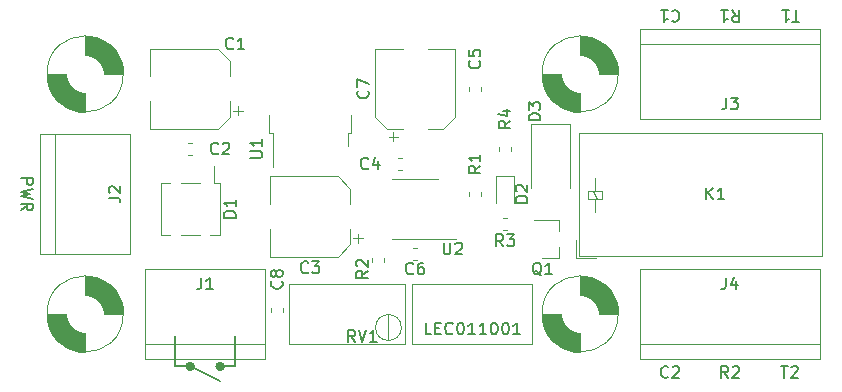
<source format=gto>
G04 #@! TF.GenerationSoftware,KiCad,Pcbnew,6.0.9-8da3e8f707~116~ubuntu20.04.1*
G04 #@! TF.CreationDate,2023-03-26T17:56:32+00:00*
G04 #@! TF.ProjectId,LEC011001,4c454330-3131-4303-9031-2e6b69636164,rev?*
G04 #@! TF.SameCoordinates,Original*
G04 #@! TF.FileFunction,Legend,Top*
G04 #@! TF.FilePolarity,Positive*
%FSLAX46Y46*%
G04 Gerber Fmt 4.6, Leading zero omitted, Abs format (unit mm)*
G04 Created by KiCad (PCBNEW 6.0.9-8da3e8f707~116~ubuntu20.04.1) date 2023-03-26 17:56:32*
%MOMM*%
%LPD*%
G01*
G04 APERTURE LIST*
%ADD10C,0.120000*%
%ADD11C,0.400000*%
%ADD12C,0.200000*%
%ADD13C,0.150000*%
%ADD14C,0.010000*%
%ADD15C,0.100000*%
G04 APERTURE END LIST*
D10*
X121700000Y-50800000D02*
X111540000Y-50800000D01*
D11*
X92910000Y-57785000D02*
G75*
G03*
X92910000Y-57785000I-200000J0D01*
G01*
D12*
X96520000Y-57785000D02*
X95250000Y-57785000D01*
D10*
X121700000Y-55880000D02*
X121700000Y-50800000D01*
D12*
X92710000Y-57785000D02*
X95250000Y-59055000D01*
X96520000Y-55245000D02*
X96520000Y-57785000D01*
D10*
X111540000Y-55880000D02*
X121700000Y-55880000D01*
D11*
X95450000Y-57785000D02*
G75*
G03*
X95450000Y-57785000I-200000J0D01*
G01*
D12*
X91440000Y-55245000D02*
X91440000Y-57785000D01*
D10*
X111540000Y-50800000D02*
X111540000Y-55880000D01*
D12*
X91440000Y-57785000D02*
X92710000Y-57785000D01*
X144271904Y-28614619D02*
X143700476Y-28614619D01*
X143986190Y-27614619D02*
X143986190Y-28614619D01*
X142843333Y-27614619D02*
X143414761Y-27614619D01*
X143129047Y-27614619D02*
X143129047Y-28614619D01*
X143224285Y-28471761D01*
X143319523Y-28376523D01*
X143414761Y-28328904D01*
X133516666Y-27709857D02*
X133564285Y-27662238D01*
X133707142Y-27614619D01*
X133802380Y-27614619D01*
X133945238Y-27662238D01*
X134040476Y-27757476D01*
X134088095Y-27852714D01*
X134135714Y-28043190D01*
X134135714Y-28186047D01*
X134088095Y-28376523D01*
X134040476Y-28471761D01*
X133945238Y-28567000D01*
X133802380Y-28614619D01*
X133707142Y-28614619D01*
X133564285Y-28567000D01*
X133516666Y-28519380D01*
X132564285Y-27614619D02*
X133135714Y-27614619D01*
X132850000Y-27614619D02*
X132850000Y-28614619D01*
X132945238Y-28471761D01*
X133040476Y-28376523D01*
X133135714Y-28328904D01*
X138596666Y-27614619D02*
X138930000Y-28090809D01*
X139168095Y-27614619D02*
X139168095Y-28614619D01*
X138787142Y-28614619D01*
X138691904Y-28567000D01*
X138644285Y-28519380D01*
X138596666Y-28424142D01*
X138596666Y-28281285D01*
X138644285Y-28186047D01*
X138691904Y-28138428D01*
X138787142Y-28090809D01*
X139168095Y-28090809D01*
X137644285Y-27614619D02*
X138215714Y-27614619D01*
X137930000Y-27614619D02*
X137930000Y-28614619D01*
X138025238Y-28471761D01*
X138120476Y-28376523D01*
X138215714Y-28328904D01*
X142748095Y-57745380D02*
X143319523Y-57745380D01*
X143033809Y-58745380D02*
X143033809Y-57745380D01*
X143605238Y-57840619D02*
X143652857Y-57793000D01*
X143748095Y-57745380D01*
X143986190Y-57745380D01*
X144081428Y-57793000D01*
X144129047Y-57840619D01*
X144176666Y-57935857D01*
X144176666Y-58031095D01*
X144129047Y-58173952D01*
X143557619Y-58745380D01*
X144176666Y-58745380D01*
X138263333Y-58745380D02*
X137930000Y-58269190D01*
X137691904Y-58745380D02*
X137691904Y-57745380D01*
X138072857Y-57745380D01*
X138168095Y-57793000D01*
X138215714Y-57840619D01*
X138263333Y-57935857D01*
X138263333Y-58078714D01*
X138215714Y-58173952D01*
X138168095Y-58221571D01*
X138072857Y-58269190D01*
X137691904Y-58269190D01*
X138644285Y-57840619D02*
X138691904Y-57793000D01*
X138787142Y-57745380D01*
X139025238Y-57745380D01*
X139120476Y-57793000D01*
X139168095Y-57840619D01*
X139215714Y-57935857D01*
X139215714Y-58031095D01*
X139168095Y-58173952D01*
X138596666Y-58745380D01*
X139215714Y-58745380D01*
X78414619Y-41846666D02*
X79414619Y-41846666D01*
X79414619Y-42227619D01*
X79367000Y-42322857D01*
X79319380Y-42370476D01*
X79224142Y-42418095D01*
X79081285Y-42418095D01*
X78986047Y-42370476D01*
X78938428Y-42322857D01*
X78890809Y-42227619D01*
X78890809Y-41846666D01*
X79414619Y-42751428D02*
X78414619Y-42989523D01*
X79128904Y-43180000D01*
X78414619Y-43370476D01*
X79414619Y-43608571D01*
X78414619Y-44560952D02*
X78890809Y-44227619D01*
X78414619Y-43989523D02*
X79414619Y-43989523D01*
X79414619Y-44370476D01*
X79367000Y-44465714D01*
X79319380Y-44513333D01*
X79224142Y-44560952D01*
X79081285Y-44560952D01*
X78986047Y-44513333D01*
X78938428Y-44465714D01*
X78890809Y-44370476D01*
X78890809Y-43989523D01*
X133183333Y-58650142D02*
X133135714Y-58697761D01*
X132992857Y-58745380D01*
X132897619Y-58745380D01*
X132754761Y-58697761D01*
X132659523Y-58602523D01*
X132611904Y-58507285D01*
X132564285Y-58316809D01*
X132564285Y-58173952D01*
X132611904Y-57983476D01*
X132659523Y-57888238D01*
X132754761Y-57793000D01*
X132897619Y-57745380D01*
X132992857Y-57745380D01*
X133135714Y-57793000D01*
X133183333Y-57840619D01*
X133564285Y-57840619D02*
X133611904Y-57793000D01*
X133707142Y-57745380D01*
X133945238Y-57745380D01*
X134040476Y-57793000D01*
X134088095Y-57840619D01*
X134135714Y-57935857D01*
X134135714Y-58031095D01*
X134088095Y-58173952D01*
X133516666Y-58745380D01*
X134135714Y-58745380D01*
D13*
X113120000Y-55062380D02*
X112643809Y-55062380D01*
X112643809Y-54062380D01*
X113453333Y-54538571D02*
X113786666Y-54538571D01*
X113929523Y-55062380D02*
X113453333Y-55062380D01*
X113453333Y-54062380D01*
X113929523Y-54062380D01*
X114929523Y-54967142D02*
X114881904Y-55014761D01*
X114739047Y-55062380D01*
X114643809Y-55062380D01*
X114500952Y-55014761D01*
X114405714Y-54919523D01*
X114358095Y-54824285D01*
X114310476Y-54633809D01*
X114310476Y-54490952D01*
X114358095Y-54300476D01*
X114405714Y-54205238D01*
X114500952Y-54110000D01*
X114643809Y-54062380D01*
X114739047Y-54062380D01*
X114881904Y-54110000D01*
X114929523Y-54157619D01*
X115548571Y-54062380D02*
X115643809Y-54062380D01*
X115739047Y-54110000D01*
X115786666Y-54157619D01*
X115834285Y-54252857D01*
X115881904Y-54443333D01*
X115881904Y-54681428D01*
X115834285Y-54871904D01*
X115786666Y-54967142D01*
X115739047Y-55014761D01*
X115643809Y-55062380D01*
X115548571Y-55062380D01*
X115453333Y-55014761D01*
X115405714Y-54967142D01*
X115358095Y-54871904D01*
X115310476Y-54681428D01*
X115310476Y-54443333D01*
X115358095Y-54252857D01*
X115405714Y-54157619D01*
X115453333Y-54110000D01*
X115548571Y-54062380D01*
X116834285Y-55062380D02*
X116262857Y-55062380D01*
X116548571Y-55062380D02*
X116548571Y-54062380D01*
X116453333Y-54205238D01*
X116358095Y-54300476D01*
X116262857Y-54348095D01*
X117786666Y-55062380D02*
X117215238Y-55062380D01*
X117500952Y-55062380D02*
X117500952Y-54062380D01*
X117405714Y-54205238D01*
X117310476Y-54300476D01*
X117215238Y-54348095D01*
X118405714Y-54062380D02*
X118500952Y-54062380D01*
X118596190Y-54110000D01*
X118643809Y-54157619D01*
X118691428Y-54252857D01*
X118739047Y-54443333D01*
X118739047Y-54681428D01*
X118691428Y-54871904D01*
X118643809Y-54967142D01*
X118596190Y-55014761D01*
X118500952Y-55062380D01*
X118405714Y-55062380D01*
X118310476Y-55014761D01*
X118262857Y-54967142D01*
X118215238Y-54871904D01*
X118167619Y-54681428D01*
X118167619Y-54443333D01*
X118215238Y-54252857D01*
X118262857Y-54157619D01*
X118310476Y-54110000D01*
X118405714Y-54062380D01*
X119358095Y-54062380D02*
X119453333Y-54062380D01*
X119548571Y-54110000D01*
X119596190Y-54157619D01*
X119643809Y-54252857D01*
X119691428Y-54443333D01*
X119691428Y-54681428D01*
X119643809Y-54871904D01*
X119596190Y-54967142D01*
X119548571Y-55014761D01*
X119453333Y-55062380D01*
X119358095Y-55062380D01*
X119262857Y-55014761D01*
X119215238Y-54967142D01*
X119167619Y-54871904D01*
X119120000Y-54681428D01*
X119120000Y-54443333D01*
X119167619Y-54252857D01*
X119215238Y-54157619D01*
X119262857Y-54110000D01*
X119358095Y-54062380D01*
X120643809Y-55062380D02*
X120072380Y-55062380D01*
X120358095Y-55062380D02*
X120358095Y-54062380D01*
X120262857Y-54205238D01*
X120167619Y-54300476D01*
X120072380Y-54348095D01*
G04 #@! TO.C,C1*
X96353333Y-30837142D02*
X96305714Y-30884761D01*
X96162857Y-30932380D01*
X96067619Y-30932380D01*
X95924761Y-30884761D01*
X95829523Y-30789523D01*
X95781904Y-30694285D01*
X95734285Y-30503809D01*
X95734285Y-30360952D01*
X95781904Y-30170476D01*
X95829523Y-30075238D01*
X95924761Y-29980000D01*
X96067619Y-29932380D01*
X96162857Y-29932380D01*
X96305714Y-29980000D01*
X96353333Y-30027619D01*
X97305714Y-30932380D02*
X96734285Y-30932380D01*
X97020000Y-30932380D02*
X97020000Y-29932380D01*
X96924761Y-30075238D01*
X96829523Y-30170476D01*
X96734285Y-30218095D01*
G04 #@! TO.C,C2*
X95083333Y-39727142D02*
X95035714Y-39774761D01*
X94892857Y-39822380D01*
X94797619Y-39822380D01*
X94654761Y-39774761D01*
X94559523Y-39679523D01*
X94511904Y-39584285D01*
X94464285Y-39393809D01*
X94464285Y-39250952D01*
X94511904Y-39060476D01*
X94559523Y-38965238D01*
X94654761Y-38870000D01*
X94797619Y-38822380D01*
X94892857Y-38822380D01*
X95035714Y-38870000D01*
X95083333Y-38917619D01*
X95464285Y-38917619D02*
X95511904Y-38870000D01*
X95607142Y-38822380D01*
X95845238Y-38822380D01*
X95940476Y-38870000D01*
X95988095Y-38917619D01*
X96035714Y-39012857D01*
X96035714Y-39108095D01*
X95988095Y-39250952D01*
X95416666Y-39822380D01*
X96035714Y-39822380D01*
G04 #@! TO.C,C4*
X107783333Y-40997142D02*
X107735714Y-41044761D01*
X107592857Y-41092380D01*
X107497619Y-41092380D01*
X107354761Y-41044761D01*
X107259523Y-40949523D01*
X107211904Y-40854285D01*
X107164285Y-40663809D01*
X107164285Y-40520952D01*
X107211904Y-40330476D01*
X107259523Y-40235238D01*
X107354761Y-40140000D01*
X107497619Y-40092380D01*
X107592857Y-40092380D01*
X107735714Y-40140000D01*
X107783333Y-40187619D01*
X108640476Y-40425714D02*
X108640476Y-41092380D01*
X108402380Y-40044761D02*
X108164285Y-40759047D01*
X108783333Y-40759047D01*
G04 #@! TO.C,C5*
X117197142Y-31916666D02*
X117244761Y-31964285D01*
X117292380Y-32107142D01*
X117292380Y-32202380D01*
X117244761Y-32345238D01*
X117149523Y-32440476D01*
X117054285Y-32488095D01*
X116863809Y-32535714D01*
X116720952Y-32535714D01*
X116530476Y-32488095D01*
X116435238Y-32440476D01*
X116340000Y-32345238D01*
X116292380Y-32202380D01*
X116292380Y-32107142D01*
X116340000Y-31964285D01*
X116387619Y-31916666D01*
X116292380Y-31011904D02*
X116292380Y-31488095D01*
X116768571Y-31535714D01*
X116720952Y-31488095D01*
X116673333Y-31392857D01*
X116673333Y-31154761D01*
X116720952Y-31059523D01*
X116768571Y-31011904D01*
X116863809Y-30964285D01*
X117101904Y-30964285D01*
X117197142Y-31011904D01*
X117244761Y-31059523D01*
X117292380Y-31154761D01*
X117292380Y-31392857D01*
X117244761Y-31488095D01*
X117197142Y-31535714D01*
G04 #@! TO.C,C7*
X107767142Y-34456666D02*
X107814761Y-34504285D01*
X107862380Y-34647142D01*
X107862380Y-34742380D01*
X107814761Y-34885238D01*
X107719523Y-34980476D01*
X107624285Y-35028095D01*
X107433809Y-35075714D01*
X107290952Y-35075714D01*
X107100476Y-35028095D01*
X107005238Y-34980476D01*
X106910000Y-34885238D01*
X106862380Y-34742380D01*
X106862380Y-34647142D01*
X106910000Y-34504285D01*
X106957619Y-34456666D01*
X106862380Y-34123333D02*
X106862380Y-33456666D01*
X107862380Y-33885238D01*
G04 #@! TO.C,D1*
X96562380Y-45188095D02*
X95562380Y-45188095D01*
X95562380Y-44950000D01*
X95610000Y-44807142D01*
X95705238Y-44711904D01*
X95800476Y-44664285D01*
X95990952Y-44616666D01*
X96133809Y-44616666D01*
X96324285Y-44664285D01*
X96419523Y-44711904D01*
X96514761Y-44807142D01*
X96562380Y-44950000D01*
X96562380Y-45188095D01*
X96562380Y-43664285D02*
X96562380Y-44235714D01*
X96562380Y-43950000D02*
X95562380Y-43950000D01*
X95705238Y-44045238D01*
X95800476Y-44140476D01*
X95848095Y-44235714D01*
G04 #@! TO.C,D2*
X121262380Y-43918095D02*
X120262380Y-43918095D01*
X120262380Y-43680000D01*
X120310000Y-43537142D01*
X120405238Y-43441904D01*
X120500476Y-43394285D01*
X120690952Y-43346666D01*
X120833809Y-43346666D01*
X121024285Y-43394285D01*
X121119523Y-43441904D01*
X121214761Y-43537142D01*
X121262380Y-43680000D01*
X121262380Y-43918095D01*
X120357619Y-42965714D02*
X120310000Y-42918095D01*
X120262380Y-42822857D01*
X120262380Y-42584761D01*
X120310000Y-42489523D01*
X120357619Y-42441904D01*
X120452857Y-42394285D01*
X120548095Y-42394285D01*
X120690952Y-42441904D01*
X121262380Y-43013333D01*
X121262380Y-42394285D01*
G04 #@! TO.C,D3*
X122372380Y-36933095D02*
X121372380Y-36933095D01*
X121372380Y-36695000D01*
X121420000Y-36552142D01*
X121515238Y-36456904D01*
X121610476Y-36409285D01*
X121800952Y-36361666D01*
X121943809Y-36361666D01*
X122134285Y-36409285D01*
X122229523Y-36456904D01*
X122324761Y-36552142D01*
X122372380Y-36695000D01*
X122372380Y-36933095D01*
X121372380Y-36028333D02*
X121372380Y-35409285D01*
X121753333Y-35742619D01*
X121753333Y-35599761D01*
X121800952Y-35504523D01*
X121848571Y-35456904D01*
X121943809Y-35409285D01*
X122181904Y-35409285D01*
X122277142Y-35456904D01*
X122324761Y-35504523D01*
X122372380Y-35599761D01*
X122372380Y-35885476D01*
X122324761Y-35980714D01*
X122277142Y-36028333D01*
G04 #@! TO.C,J1*
X93646666Y-50252380D02*
X93646666Y-50966666D01*
X93599047Y-51109523D01*
X93503809Y-51204761D01*
X93360952Y-51252380D01*
X93265714Y-51252380D01*
X94646666Y-51252380D02*
X94075238Y-51252380D01*
X94360952Y-51252380D02*
X94360952Y-50252380D01*
X94265714Y-50395238D01*
X94170476Y-50490476D01*
X94075238Y-50538095D01*
G04 #@! TO.C,J2*
X85812380Y-43513333D02*
X86526666Y-43513333D01*
X86669523Y-43560952D01*
X86764761Y-43656190D01*
X86812380Y-43799047D01*
X86812380Y-43894285D01*
X85907619Y-43084761D02*
X85860000Y-43037142D01*
X85812380Y-42941904D01*
X85812380Y-42703809D01*
X85860000Y-42608571D01*
X85907619Y-42560952D01*
X86002857Y-42513333D01*
X86098095Y-42513333D01*
X86240952Y-42560952D01*
X86812380Y-43132380D01*
X86812380Y-42513333D01*
G04 #@! TO.C,J3*
X138096666Y-35012380D02*
X138096666Y-35726666D01*
X138049047Y-35869523D01*
X137953809Y-35964761D01*
X137810952Y-36012380D01*
X137715714Y-36012380D01*
X138477619Y-35012380D02*
X139096666Y-35012380D01*
X138763333Y-35393333D01*
X138906190Y-35393333D01*
X139001428Y-35440952D01*
X139049047Y-35488571D01*
X139096666Y-35583809D01*
X139096666Y-35821904D01*
X139049047Y-35917142D01*
X139001428Y-35964761D01*
X138906190Y-36012380D01*
X138620476Y-36012380D01*
X138525238Y-35964761D01*
X138477619Y-35917142D01*
G04 #@! TO.C,J4*
X138066666Y-50252380D02*
X138066666Y-50966666D01*
X138019047Y-51109523D01*
X137923809Y-51204761D01*
X137780952Y-51252380D01*
X137685714Y-51252380D01*
X138971428Y-50585714D02*
X138971428Y-51252380D01*
X138733333Y-50204761D02*
X138495238Y-50919047D01*
X139114285Y-50919047D01*
G04 #@! TO.C,K1*
X136421904Y-43632380D02*
X136421904Y-42632380D01*
X136993333Y-43632380D02*
X136564761Y-43060952D01*
X136993333Y-42632380D02*
X136421904Y-43203809D01*
X137945714Y-43632380D02*
X137374285Y-43632380D01*
X137660000Y-43632380D02*
X137660000Y-42632380D01*
X137564761Y-42775238D01*
X137469523Y-42870476D01*
X137374285Y-42918095D01*
G04 #@! TO.C,Q1*
X122459761Y-50077619D02*
X122364523Y-50030000D01*
X122269285Y-49934761D01*
X122126428Y-49791904D01*
X122031190Y-49744285D01*
X121935952Y-49744285D01*
X121983571Y-49982380D02*
X121888333Y-49934761D01*
X121793095Y-49839523D01*
X121745476Y-49649047D01*
X121745476Y-49315714D01*
X121793095Y-49125238D01*
X121888333Y-49030000D01*
X121983571Y-48982380D01*
X122174047Y-48982380D01*
X122269285Y-49030000D01*
X122364523Y-49125238D01*
X122412142Y-49315714D01*
X122412142Y-49649047D01*
X122364523Y-49839523D01*
X122269285Y-49934761D01*
X122174047Y-49982380D01*
X121983571Y-49982380D01*
X123364523Y-49982380D02*
X122793095Y-49982380D01*
X123078809Y-49982380D02*
X123078809Y-48982380D01*
X122983571Y-49125238D01*
X122888333Y-49220476D01*
X122793095Y-49268095D01*
G04 #@! TO.C,R3*
X119213333Y-47602380D02*
X118880000Y-47126190D01*
X118641904Y-47602380D02*
X118641904Y-46602380D01*
X119022857Y-46602380D01*
X119118095Y-46650000D01*
X119165714Y-46697619D01*
X119213333Y-46792857D01*
X119213333Y-46935714D01*
X119165714Y-47030952D01*
X119118095Y-47078571D01*
X119022857Y-47126190D01*
X118641904Y-47126190D01*
X119546666Y-46602380D02*
X120165714Y-46602380D01*
X119832380Y-46983333D01*
X119975238Y-46983333D01*
X120070476Y-47030952D01*
X120118095Y-47078571D01*
X120165714Y-47173809D01*
X120165714Y-47411904D01*
X120118095Y-47507142D01*
X120070476Y-47554761D01*
X119975238Y-47602380D01*
X119689523Y-47602380D01*
X119594285Y-47554761D01*
X119546666Y-47507142D01*
G04 #@! TO.C,R4*
X119832380Y-36996666D02*
X119356190Y-37330000D01*
X119832380Y-37568095D02*
X118832380Y-37568095D01*
X118832380Y-37187142D01*
X118880000Y-37091904D01*
X118927619Y-37044285D01*
X119022857Y-36996666D01*
X119165714Y-36996666D01*
X119260952Y-37044285D01*
X119308571Y-37091904D01*
X119356190Y-37187142D01*
X119356190Y-37568095D01*
X119165714Y-36139523D02*
X119832380Y-36139523D01*
X118784761Y-36377619D02*
X119499047Y-36615714D01*
X119499047Y-35996666D01*
G04 #@! TO.C,U1*
X97822380Y-40131904D02*
X98631904Y-40131904D01*
X98727142Y-40084285D01*
X98774761Y-40036666D01*
X98822380Y-39941428D01*
X98822380Y-39750952D01*
X98774761Y-39655714D01*
X98727142Y-39608095D01*
X98631904Y-39560476D01*
X97822380Y-39560476D01*
X98822380Y-38560476D02*
X98822380Y-39131904D01*
X98822380Y-38846190D02*
X97822380Y-38846190D01*
X97965238Y-38941428D01*
X98060476Y-39036666D01*
X98108095Y-39131904D01*
G04 #@! TO.C,C3*
X102703333Y-49792142D02*
X102655714Y-49839761D01*
X102512857Y-49887380D01*
X102417619Y-49887380D01*
X102274761Y-49839761D01*
X102179523Y-49744523D01*
X102131904Y-49649285D01*
X102084285Y-49458809D01*
X102084285Y-49315952D01*
X102131904Y-49125476D01*
X102179523Y-49030238D01*
X102274761Y-48935000D01*
X102417619Y-48887380D01*
X102512857Y-48887380D01*
X102655714Y-48935000D01*
X102703333Y-48982619D01*
X103036666Y-48887380D02*
X103655714Y-48887380D01*
X103322380Y-49268333D01*
X103465238Y-49268333D01*
X103560476Y-49315952D01*
X103608095Y-49363571D01*
X103655714Y-49458809D01*
X103655714Y-49696904D01*
X103608095Y-49792142D01*
X103560476Y-49839761D01*
X103465238Y-49887380D01*
X103179523Y-49887380D01*
X103084285Y-49839761D01*
X103036666Y-49792142D01*
G04 #@! TO.C,RV1*
X106684761Y-55697380D02*
X106351428Y-55221190D01*
X106113333Y-55697380D02*
X106113333Y-54697380D01*
X106494285Y-54697380D01*
X106589523Y-54745000D01*
X106637142Y-54792619D01*
X106684761Y-54887857D01*
X106684761Y-55030714D01*
X106637142Y-55125952D01*
X106589523Y-55173571D01*
X106494285Y-55221190D01*
X106113333Y-55221190D01*
X106970476Y-54697380D02*
X107303809Y-55697380D01*
X107637142Y-54697380D01*
X108494285Y-55697380D02*
X107922857Y-55697380D01*
X108208571Y-55697380D02*
X108208571Y-54697380D01*
X108113333Y-54840238D01*
X108018095Y-54935476D01*
X107922857Y-54983095D01*
G04 #@! TO.C,R2*
X107767380Y-49696666D02*
X107291190Y-50030000D01*
X107767380Y-50268095D02*
X106767380Y-50268095D01*
X106767380Y-49887142D01*
X106815000Y-49791904D01*
X106862619Y-49744285D01*
X106957857Y-49696666D01*
X107100714Y-49696666D01*
X107195952Y-49744285D01*
X107243571Y-49791904D01*
X107291190Y-49887142D01*
X107291190Y-50268095D01*
X106862619Y-49315714D02*
X106815000Y-49268095D01*
X106767380Y-49172857D01*
X106767380Y-48934761D01*
X106815000Y-48839523D01*
X106862619Y-48791904D01*
X106957857Y-48744285D01*
X107053095Y-48744285D01*
X107195952Y-48791904D01*
X107767380Y-49363333D01*
X107767380Y-48744285D01*
G04 #@! TO.C,U2*
X114173095Y-47302380D02*
X114173095Y-48111904D01*
X114220714Y-48207142D01*
X114268333Y-48254761D01*
X114363571Y-48302380D01*
X114554047Y-48302380D01*
X114649285Y-48254761D01*
X114696904Y-48207142D01*
X114744523Y-48111904D01*
X114744523Y-47302380D01*
X115173095Y-47397619D02*
X115220714Y-47350000D01*
X115315952Y-47302380D01*
X115554047Y-47302380D01*
X115649285Y-47350000D01*
X115696904Y-47397619D01*
X115744523Y-47492857D01*
X115744523Y-47588095D01*
X115696904Y-47730952D01*
X115125476Y-48302380D01*
X115744523Y-48302380D01*
G04 #@! TO.C,R1*
X117292380Y-40806666D02*
X116816190Y-41140000D01*
X117292380Y-41378095D02*
X116292380Y-41378095D01*
X116292380Y-40997142D01*
X116340000Y-40901904D01*
X116387619Y-40854285D01*
X116482857Y-40806666D01*
X116625714Y-40806666D01*
X116720952Y-40854285D01*
X116768571Y-40901904D01*
X116816190Y-40997142D01*
X116816190Y-41378095D01*
X117292380Y-39854285D02*
X117292380Y-40425714D01*
X117292380Y-40140000D02*
X116292380Y-40140000D01*
X116435238Y-40235238D01*
X116530476Y-40330476D01*
X116578095Y-40425714D01*
G04 #@! TO.C,C6*
X111593333Y-49887142D02*
X111545714Y-49934761D01*
X111402857Y-49982380D01*
X111307619Y-49982380D01*
X111164761Y-49934761D01*
X111069523Y-49839523D01*
X111021904Y-49744285D01*
X110974285Y-49553809D01*
X110974285Y-49410952D01*
X111021904Y-49220476D01*
X111069523Y-49125238D01*
X111164761Y-49030000D01*
X111307619Y-48982380D01*
X111402857Y-48982380D01*
X111545714Y-49030000D01*
X111593333Y-49077619D01*
X112450476Y-48982380D02*
X112260000Y-48982380D01*
X112164761Y-49030000D01*
X112117142Y-49077619D01*
X112021904Y-49220476D01*
X111974285Y-49410952D01*
X111974285Y-49791904D01*
X112021904Y-49887142D01*
X112069523Y-49934761D01*
X112164761Y-49982380D01*
X112355238Y-49982380D01*
X112450476Y-49934761D01*
X112498095Y-49887142D01*
X112545714Y-49791904D01*
X112545714Y-49553809D01*
X112498095Y-49458571D01*
X112450476Y-49410952D01*
X112355238Y-49363333D01*
X112164761Y-49363333D01*
X112069523Y-49410952D01*
X112021904Y-49458571D01*
X111974285Y-49553809D01*
G04 #@! TO.C,C8*
X100457142Y-50566666D02*
X100504761Y-50614285D01*
X100552380Y-50757142D01*
X100552380Y-50852380D01*
X100504761Y-50995238D01*
X100409523Y-51090476D01*
X100314285Y-51138095D01*
X100123809Y-51185714D01*
X99980952Y-51185714D01*
X99790476Y-51138095D01*
X99695238Y-51090476D01*
X99600000Y-50995238D01*
X99552380Y-50852380D01*
X99552380Y-50757142D01*
X99600000Y-50614285D01*
X99647619Y-50566666D01*
X99980952Y-49995238D02*
X99933333Y-50090476D01*
X99885714Y-50138095D01*
X99790476Y-50185714D01*
X99742857Y-50185714D01*
X99647619Y-50138095D01*
X99600000Y-50090476D01*
X99552380Y-49995238D01*
X99552380Y-49804761D01*
X99600000Y-49709523D01*
X99647619Y-49661904D01*
X99742857Y-49614285D01*
X99790476Y-49614285D01*
X99885714Y-49661904D01*
X99933333Y-49709523D01*
X99980952Y-49804761D01*
X99980952Y-49995238D01*
X100028571Y-50090476D01*
X100076190Y-50138095D01*
X100171428Y-50185714D01*
X100361904Y-50185714D01*
X100457142Y-50138095D01*
X100504761Y-50090476D01*
X100552380Y-49995238D01*
X100552380Y-49804761D01*
X100504761Y-49709523D01*
X100457142Y-49661904D01*
X100361904Y-49614285D01*
X100171428Y-49614285D01*
X100076190Y-49661904D01*
X100028571Y-49709523D01*
X99980952Y-49804761D01*
D10*
G04 #@! TO.C,C1*
X96753750Y-36531250D02*
X96753750Y-35743750D01*
X96120000Y-31944437D02*
X95055563Y-30880000D01*
X95055563Y-37700000D02*
X89300000Y-37700000D01*
X96120000Y-36635563D02*
X96120000Y-35350000D01*
X96120000Y-31944437D02*
X96120000Y-33230000D01*
X89300000Y-37700000D02*
X89300000Y-35350000D01*
X95055563Y-30880000D02*
X89300000Y-30880000D01*
X89300000Y-30880000D02*
X89300000Y-33230000D01*
X96120000Y-36635563D02*
X95055563Y-37700000D01*
X97147500Y-36137500D02*
X96360000Y-36137500D01*
G04 #@! TO.C,C2*
X92872779Y-39880000D02*
X92547221Y-39880000D01*
X92872779Y-38860000D02*
X92547221Y-38860000D01*
G04 #@! TO.C,C4*
X110327221Y-40130000D02*
X110652779Y-40130000D01*
X110327221Y-41150000D02*
X110652779Y-41150000D01*
G04 #@! TO.C,C5*
X116330000Y-34452779D02*
X116330000Y-34127221D01*
X117350000Y-34452779D02*
X117350000Y-34127221D01*
G04 #@! TO.C,C7*
X109912500Y-38727500D02*
X109912500Y-37940000D01*
X109518750Y-38333750D02*
X110306250Y-38333750D01*
X109414437Y-37700000D02*
X108350000Y-36635563D01*
X115170000Y-36635563D02*
X115170000Y-30880000D01*
X114105563Y-37700000D02*
X112820000Y-37700000D01*
X108350000Y-36635563D02*
X108350000Y-30880000D01*
X114105563Y-37700000D02*
X115170000Y-36635563D01*
X108350000Y-30880000D02*
X110700000Y-30880000D01*
X109414437Y-37700000D02*
X110700000Y-37700000D01*
X115170000Y-30880000D02*
X112820000Y-30880000D01*
G04 #@! TO.C,D1*
X91010000Y-46650000D02*
X90210000Y-46650000D01*
X95210000Y-46650000D02*
X95210000Y-42250000D01*
X93510000Y-46650000D02*
X91910000Y-46650000D01*
X90210000Y-46650000D02*
X90210000Y-42250000D01*
X94710000Y-42250000D02*
X94710000Y-40850000D01*
X95210000Y-42250000D02*
X94710000Y-42250000D01*
X90210000Y-42250000D02*
X91010000Y-42250000D01*
X94410000Y-46650000D02*
X95210000Y-46650000D01*
X93510000Y-42250000D02*
X91910000Y-42250000D01*
G04 #@! TO.C,D2*
X120115000Y-41695000D02*
X118645000Y-41695000D01*
X120115000Y-43980000D02*
X120115000Y-41695000D01*
X118645000Y-41695000D02*
X118645000Y-43980000D01*
G04 #@! TO.C,D3*
X121540000Y-37240000D02*
X121540000Y-42640000D01*
X124840000Y-37240000D02*
X124840000Y-42640000D01*
X124840000Y-37240000D02*
X121540000Y-37240000D01*
G04 #@! TO.C,H1*
X87044903Y-53340000D02*
G75*
G03*
X87044903Y-53340000I-3224903J0D01*
G01*
G36*
X84320000Y-50140000D02*
G01*
X85320000Y-50440000D01*
X86120000Y-51040000D01*
X86620000Y-51740000D01*
X86920000Y-52440000D01*
X87020000Y-52840000D01*
X87020000Y-53340000D01*
X85420000Y-53340000D01*
X85420000Y-53240000D01*
X85320000Y-52840000D01*
X85120000Y-52440000D01*
X84720000Y-52040000D01*
X84320000Y-51840000D01*
X83920000Y-51740000D01*
X83820000Y-51740000D01*
X83820000Y-50115097D01*
X84320000Y-50140000D01*
G37*
D14*
X84320000Y-50140000D02*
X85320000Y-50440000D01*
X86120000Y-51040000D01*
X86620000Y-51740000D01*
X86920000Y-52440000D01*
X87020000Y-52840000D01*
X87020000Y-53340000D01*
X85420000Y-53340000D01*
X85420000Y-53240000D01*
X85320000Y-52840000D01*
X85120000Y-52440000D01*
X84720000Y-52040000D01*
X84320000Y-51840000D01*
X83920000Y-51740000D01*
X83820000Y-51740000D01*
X83820000Y-50115097D01*
X84320000Y-50140000D01*
G36*
X82220000Y-53440000D02*
G01*
X82320000Y-53840000D01*
X82520000Y-54240000D01*
X82920000Y-54640000D01*
X83320000Y-54840000D01*
X83720000Y-54940000D01*
X83820000Y-54940000D01*
X83820000Y-56564903D01*
X83320000Y-56540000D01*
X82320000Y-56240000D01*
X81520000Y-55640000D01*
X81020000Y-54940000D01*
X80720000Y-54240000D01*
X80620000Y-53840000D01*
X80620000Y-53340000D01*
X82220000Y-53340000D01*
X82220000Y-53440000D01*
G37*
X82220000Y-53440000D02*
X82320000Y-53840000D01*
X82520000Y-54240000D01*
X82920000Y-54640000D01*
X83320000Y-54840000D01*
X83720000Y-54940000D01*
X83820000Y-54940000D01*
X83820000Y-56564903D01*
X83320000Y-56540000D01*
X82320000Y-56240000D01*
X81520000Y-55640000D01*
X81020000Y-54940000D01*
X80720000Y-54240000D01*
X80620000Y-53840000D01*
X80620000Y-53340000D01*
X82220000Y-53340000D01*
X82220000Y-53440000D01*
D10*
G04 #@! TO.C,H2*
X128954903Y-33020000D02*
G75*
G03*
X128954903Y-33020000I-3224903J0D01*
G01*
G36*
X124130000Y-33120000D02*
G01*
X124230000Y-33520000D01*
X124430000Y-33920000D01*
X124830000Y-34320000D01*
X125230000Y-34520000D01*
X125630000Y-34620000D01*
X125730000Y-34620000D01*
X125730000Y-36244903D01*
X125230000Y-36220000D01*
X124230000Y-35920000D01*
X123430000Y-35320000D01*
X122930000Y-34620000D01*
X122630000Y-33920000D01*
X122530000Y-33520000D01*
X122530000Y-33020000D01*
X124130000Y-33020000D01*
X124130000Y-33120000D01*
G37*
D14*
X124130000Y-33120000D02*
X124230000Y-33520000D01*
X124430000Y-33920000D01*
X124830000Y-34320000D01*
X125230000Y-34520000D01*
X125630000Y-34620000D01*
X125730000Y-34620000D01*
X125730000Y-36244903D01*
X125230000Y-36220000D01*
X124230000Y-35920000D01*
X123430000Y-35320000D01*
X122930000Y-34620000D01*
X122630000Y-33920000D01*
X122530000Y-33520000D01*
X122530000Y-33020000D01*
X124130000Y-33020000D01*
X124130000Y-33120000D01*
G36*
X126230000Y-29820000D02*
G01*
X127230000Y-30120000D01*
X128030000Y-30720000D01*
X128530000Y-31420000D01*
X128830000Y-32120000D01*
X128930000Y-32520000D01*
X128930000Y-33020000D01*
X127330000Y-33020000D01*
X127330000Y-32920000D01*
X127230000Y-32520000D01*
X127030000Y-32120000D01*
X126630000Y-31720000D01*
X126230000Y-31520000D01*
X125830000Y-31420000D01*
X125730000Y-31420000D01*
X125730000Y-29795097D01*
X126230000Y-29820000D01*
G37*
X126230000Y-29820000D02*
X127230000Y-30120000D01*
X128030000Y-30720000D01*
X128530000Y-31420000D01*
X128830000Y-32120000D01*
X128930000Y-32520000D01*
X128930000Y-33020000D01*
X127330000Y-33020000D01*
X127330000Y-32920000D01*
X127230000Y-32520000D01*
X127030000Y-32120000D01*
X126630000Y-31720000D01*
X126230000Y-31520000D01*
X125830000Y-31420000D01*
X125730000Y-31420000D01*
X125730000Y-29795097D01*
X126230000Y-29820000D01*
D10*
G04 #@! TO.C,H3*
X87044903Y-33020000D02*
G75*
G03*
X87044903Y-33020000I-3224903J0D01*
G01*
G36*
X84320000Y-29820000D02*
G01*
X85320000Y-30120000D01*
X86120000Y-30720000D01*
X86620000Y-31420000D01*
X86920000Y-32120000D01*
X87020000Y-32520000D01*
X87020000Y-33020000D01*
X85420000Y-33020000D01*
X85420000Y-32920000D01*
X85320000Y-32520000D01*
X85120000Y-32120000D01*
X84720000Y-31720000D01*
X84320000Y-31520000D01*
X83920000Y-31420000D01*
X83820000Y-31420000D01*
X83820000Y-29795097D01*
X84320000Y-29820000D01*
G37*
D14*
X84320000Y-29820000D02*
X85320000Y-30120000D01*
X86120000Y-30720000D01*
X86620000Y-31420000D01*
X86920000Y-32120000D01*
X87020000Y-32520000D01*
X87020000Y-33020000D01*
X85420000Y-33020000D01*
X85420000Y-32920000D01*
X85320000Y-32520000D01*
X85120000Y-32120000D01*
X84720000Y-31720000D01*
X84320000Y-31520000D01*
X83920000Y-31420000D01*
X83820000Y-31420000D01*
X83820000Y-29795097D01*
X84320000Y-29820000D01*
G36*
X82220000Y-33120000D02*
G01*
X82320000Y-33520000D01*
X82520000Y-33920000D01*
X82920000Y-34320000D01*
X83320000Y-34520000D01*
X83720000Y-34620000D01*
X83820000Y-34620000D01*
X83820000Y-36244903D01*
X83320000Y-36220000D01*
X82320000Y-35920000D01*
X81520000Y-35320000D01*
X81020000Y-34620000D01*
X80720000Y-33920000D01*
X80620000Y-33520000D01*
X80620000Y-33020000D01*
X82220000Y-33020000D01*
X82220000Y-33120000D01*
G37*
X82220000Y-33120000D02*
X82320000Y-33520000D01*
X82520000Y-33920000D01*
X82920000Y-34320000D01*
X83320000Y-34520000D01*
X83720000Y-34620000D01*
X83820000Y-34620000D01*
X83820000Y-36244903D01*
X83320000Y-36220000D01*
X82320000Y-35920000D01*
X81520000Y-35320000D01*
X81020000Y-34620000D01*
X80720000Y-33920000D01*
X80620000Y-33520000D01*
X80620000Y-33020000D01*
X82220000Y-33020000D01*
X82220000Y-33120000D01*
D10*
G04 #@! TO.C,H4*
X128954903Y-53340000D02*
G75*
G03*
X128954903Y-53340000I-3224903J0D01*
G01*
G36*
X126230000Y-50140000D02*
G01*
X127230000Y-50440000D01*
X128030000Y-51040000D01*
X128530000Y-51740000D01*
X128830000Y-52440000D01*
X128930000Y-52840000D01*
X128930000Y-53340000D01*
X127330000Y-53340000D01*
X127330000Y-53240000D01*
X127230000Y-52840000D01*
X127030000Y-52440000D01*
X126630000Y-52040000D01*
X126230000Y-51840000D01*
X125830000Y-51740000D01*
X125730000Y-51740000D01*
X125730000Y-50115097D01*
X126230000Y-50140000D01*
G37*
D14*
X126230000Y-50140000D02*
X127230000Y-50440000D01*
X128030000Y-51040000D01*
X128530000Y-51740000D01*
X128830000Y-52440000D01*
X128930000Y-52840000D01*
X128930000Y-53340000D01*
X127330000Y-53340000D01*
X127330000Y-53240000D01*
X127230000Y-52840000D01*
X127030000Y-52440000D01*
X126630000Y-52040000D01*
X126230000Y-51840000D01*
X125830000Y-51740000D01*
X125730000Y-51740000D01*
X125730000Y-50115097D01*
X126230000Y-50140000D01*
G36*
X124130000Y-53440000D02*
G01*
X124230000Y-53840000D01*
X124430000Y-54240000D01*
X124830000Y-54640000D01*
X125230000Y-54840000D01*
X125630000Y-54940000D01*
X125730000Y-54940000D01*
X125730000Y-56564903D01*
X125230000Y-56540000D01*
X124230000Y-56240000D01*
X123430000Y-55640000D01*
X122930000Y-54940000D01*
X122630000Y-54240000D01*
X122530000Y-53840000D01*
X122530000Y-53340000D01*
X124130000Y-53340000D01*
X124130000Y-53440000D01*
G37*
X124130000Y-53440000D02*
X124230000Y-53840000D01*
X124430000Y-54240000D01*
X124830000Y-54640000D01*
X125230000Y-54840000D01*
X125630000Y-54940000D01*
X125730000Y-54940000D01*
X125730000Y-56564903D01*
X125230000Y-56540000D01*
X124230000Y-56240000D01*
X123430000Y-55640000D01*
X122930000Y-54940000D01*
X122630000Y-54240000D01*
X122530000Y-53840000D01*
X122530000Y-53340000D01*
X124130000Y-53340000D01*
X124130000Y-53440000D01*
D10*
G04 #@! TO.C,J1*
X99060000Y-55880000D02*
X88900000Y-55880000D01*
X88900000Y-49530000D02*
X88900000Y-57150000D01*
X99060000Y-57150000D02*
X99060000Y-49530000D01*
X88900000Y-57150000D02*
X99060000Y-57150000D01*
X99060000Y-49530000D02*
X88900000Y-49530000D01*
G04 #@! TO.C,J2*
X80010000Y-48260000D02*
X87630000Y-48260000D01*
X80010000Y-38100000D02*
X80010000Y-48260000D01*
X87630000Y-38100000D02*
X80010000Y-38100000D01*
X81280000Y-48260000D02*
X81280000Y-38100000D01*
X87630000Y-48260000D02*
X87630000Y-38100000D01*
G04 #@! TO.C,J3*
X146050000Y-29210000D02*
X130810000Y-29210000D01*
X146050000Y-30480000D02*
X130810000Y-30480000D01*
X130810000Y-29210000D02*
X130810000Y-36830000D01*
X146050000Y-36830000D02*
X130810000Y-36830000D01*
X146050000Y-29210000D02*
X146050000Y-36830000D01*
G04 #@! TO.C,J4*
X130810000Y-55880000D02*
X146050000Y-55880000D01*
X146050000Y-57150000D02*
X146050000Y-49530000D01*
X130810000Y-57150000D02*
X146050000Y-57150000D01*
X130810000Y-49530000D02*
X146050000Y-49530000D01*
X130810000Y-57150000D02*
X130810000Y-49530000D01*
G04 #@! TO.C,K1*
X127000000Y-42890000D02*
X127000000Y-41790000D01*
X146200000Y-48390000D02*
X125600000Y-48390000D01*
X127000000Y-43590000D02*
X127000000Y-44690000D01*
X146200000Y-37990000D02*
X146200000Y-48390000D01*
X127600000Y-42890000D02*
X126400000Y-42890000D01*
X125600000Y-48390000D02*
X125600000Y-37990000D01*
X127600000Y-43590000D02*
X127600000Y-42890000D01*
X127100000Y-48590000D02*
X125400000Y-48590000D01*
X125600000Y-37990000D02*
X146200000Y-37990000D01*
X126400000Y-43590000D02*
X127600000Y-43590000D01*
X125400000Y-48590000D02*
X125400000Y-47090000D01*
X126400000Y-42890000D02*
X126400000Y-43590000D01*
X127200000Y-43590000D02*
X126800000Y-42890000D01*
G04 #@! TO.C,Q1*
X123950000Y-45410000D02*
X121790000Y-45410000D01*
X123950000Y-48570000D02*
X122490000Y-48570000D01*
X123950000Y-48570000D02*
X123950000Y-47640000D01*
X123950000Y-45410000D02*
X123950000Y-46340000D01*
G04 #@! TO.C,R3*
X119542779Y-46230000D02*
X119217221Y-46230000D01*
X119542779Y-45210000D02*
X119217221Y-45210000D01*
G04 #@! TO.C,R4*
X119890000Y-39207221D02*
X119890000Y-39532779D01*
X118870000Y-39207221D02*
X118870000Y-39532779D01*
G04 #@! TO.C,U1*
X99690000Y-38030000D02*
X99690000Y-40860000D01*
X106320000Y-38030000D02*
X106050000Y-38030000D01*
X106320000Y-36530000D02*
X106320000Y-38030000D01*
X106050000Y-38030000D02*
X106050000Y-39130000D01*
X99420000Y-38030000D02*
X99690000Y-38030000D01*
X99420000Y-36530000D02*
X99420000Y-38030000D01*
G04 #@! TO.C,C3*
X106280000Y-47430563D02*
X106280000Y-46145000D01*
X106913750Y-47326250D02*
X106913750Y-46538750D01*
X106280000Y-42739437D02*
X105215563Y-41675000D01*
X106280000Y-47430563D02*
X105215563Y-48495000D01*
X99460000Y-48495000D02*
X99460000Y-46145000D01*
X107307500Y-46932500D02*
X106520000Y-46932500D01*
X99460000Y-41675000D02*
X99460000Y-44025000D01*
X105215563Y-48495000D02*
X99460000Y-48495000D01*
X106280000Y-42739437D02*
X106280000Y-44025000D01*
X105215563Y-41675000D02*
X99460000Y-41675000D01*
G04 #@! TO.C,RV1*
X101125000Y-50810000D02*
X101125000Y-55880000D01*
D15*
X109505000Y-55575000D02*
X109506000Y-53406000D01*
D10*
X101125000Y-55880000D02*
X110895000Y-55880000D01*
X101125000Y-50810000D02*
X110895000Y-50810000D01*
X110895000Y-50810000D02*
X110895000Y-55880000D01*
D15*
X110600000Y-54490000D02*
G75*
G03*
X110600000Y-54490000I-1095000J0D01*
G01*
D10*
G04 #@! TO.C,R2*
X108075000Y-48579721D02*
X108075000Y-48905279D01*
X109095000Y-48579721D02*
X109095000Y-48905279D01*
G04 #@! TO.C,U2*
X111760000Y-47010000D02*
X109810000Y-47010000D01*
X111760000Y-41890000D02*
X113710000Y-41890000D01*
X111760000Y-41890000D02*
X109810000Y-41890000D01*
X111760000Y-47010000D02*
X115210000Y-47010000D01*
G04 #@! TO.C,R1*
X117350000Y-43017221D02*
X117350000Y-43342779D01*
X116330000Y-43017221D02*
X116330000Y-43342779D01*
G04 #@! TO.C,C6*
X111597221Y-47750000D02*
X111922779Y-47750000D01*
X111597221Y-48770000D02*
X111922779Y-48770000D01*
G04 #@! TO.C,C8*
X99590000Y-53140580D02*
X99590000Y-52859420D01*
X100610000Y-53140580D02*
X100610000Y-52859420D01*
G04 #@! TD*
M02*

</source>
